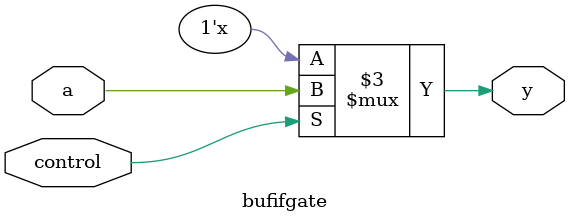
<source format=v>
module bufifgate(input a,control,output reg y);
//bufif(y,a,control);
//behavioural
always@(*)
begin
if(control)
y=a;
else
y=1'bz;
end
endmodule

</source>
